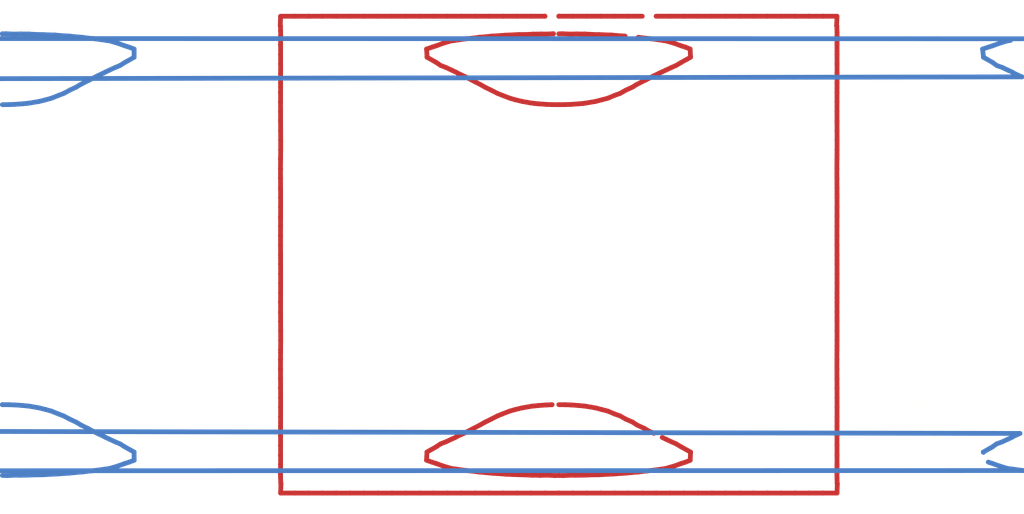
<source format=kicad_pcb>
(kicad_pcb (version 20240108) (generator "pcbnew") (generator_version "8.0")
  (layers (0 "F.Cu" signal) (31 "B.Cu" signal) (34 "B.Paste" user) (35 "F.Paste" user) (36 "B.SilkS" user "B.Silkscreen") (37 "F.SilkS" user "F.Silkscreen") (38 "B.Mask" user) (39 "F.Mask" user) (44 "Edge.Cuts" user))
  (net 1 "")
  (footprint "Library:Banana_Jack_2Pin_Vert" (layer "F.Cu") (at 1434.118996 469.282843)
    (fp_text reference "J1")
    (fp_text value "Conn_01x02_Socket")
  )
  (gr_text "-->" (at -534.1878 -296.064912) (layer "F.SilkS") (effects (font (size 20 20) (thickness 0.1)) (justify left bottom)))
  (gr_text "-->" (at 575.477632 -513.744233) (layer "F.SilkS") (effects (font (size 20 20) (thickness 0.1)) (justify left bottom)))
  (gr_text "-->" (at -522.754782 490.520806) (layer "F.SilkS") (effects (font (size 20 20) (thickness 0.1)) (justify left bottom)))
  (gr_text "-->" (at 718.649519 322.951) (layer "F.SilkS") (effects (font (size 20 20) (thickness 0.1)) (justify left bottom)))
  (gr_text "<--" (at 805.662853 -291.999) (layer "F.SilkS") (effects (font (size 20 20) (thickness 0.1)) (justify left bottom)))
  (gr_text "<--" (at -535.861133 -485.988245) (layer "F.SilkS") (effects (font (size 20 20) (thickness 0.1)) (justify left bottom)))
  (gr_text "<--" (at 802.451856 540.576936) (layer "F.SilkS") (effects (font (size 20 20) (thickness 0.1)) (justify left bottom)))
  (gr_text "<--" (at 188.218591 131.362734 270) (layer "F.SilkS") (effects (font (size 20 20) (thickness 0.1)) (justify left bottom)))
  (gr_text "-->" (at 693.549519 -435.905667) (layer "F.SilkS") (effects (font (size 20 20) (thickness 0.1)) (justify left bottom)))
  (gr_text "<--" (at -522.271643 308.555172) (layer "F.SilkS") (effects (font (size 20 20) (thickness 0.1)) (justify left bottom)))
  (gr_text "<--" (at 703.264149 450.612389) (layer "F.SilkS") (effects (font (size 20 20) (thickness 0.1)) (justify left bottom)))
  (segment (start 215.04 -499.9997) (end 215.05 -500.00) (width 10.00) (layer F.Cu) (net 1))
  (segment (start 215.05 -499.9996) (end 244.22 -500.00) (width 10.00) (layer F.Cu) (net 1))
  (segment (start 244.22 -499.9996) (end 244.22 -500.00) (width 10.00) (layer F.Cu) (net 1))
  (segment (start 244.22 -499.9995) (end 273.39 -500.00) (width 10.00) (layer F.Cu) (net 1))
  (segment (start 273.39 -499.9995) (end 273.39 -500.00) (width 10.00) (layer F.Cu) (net 1))
  (segment (start 273.39 -499.9994) (end 302.56 -500.00) (width 10.00) (layer F.Cu) (net 1))
  (segment (start 302.56 -499.9994) (end 302.57 -500.00) (width 10.00) (layer F.Cu) (net 1))
  (segment (start 302.57 -499.9992) (end 331.73 -500.00) (width 10.00) (layer F.Cu) (net 1))
  (segment (start 331.73 -499.9992) (end 331.74 -500.00) (width 10.00) (layer F.Cu) (net 1))
  (segment (start 331.74 -499.9991) (end 360.91 -500.00) (width 10.00) (layer F.Cu) (net 1))
  (segment (start 360.91 -499.9991) (end 360.91 -500.00) (width 10.00) (layer F.Cu) (net 1))
  (segment (start 360.91 -499.9989) (end 390.08 -500.00) (width 10.00) (layer F.Cu) (net 1))
  (segment (start 390.08 -499.9989) (end 390.08 -500.00) (width 10.00) (layer F.Cu) (net 1))
  (segment (start 390.08 -499.9986) (end 419.25 -500.00) (width 10.00) (layer F.Cu) (net 1))
  (segment (start 419.25 -499.9986) (end 419.26 -500.00) (width 10.00) (layer F.Cu) (net 1))
  (segment (start 419.26 -499.9983) (end 448.42 -500.00) (width 10.00) (layer F.Cu) (net 1))
  (segment (start 448.42 -499.9983) (end 448.43 -500.00) (width 10.00) (layer F.Cu) (net 1))
  (segment (start 448.43 -499.9977) (end 477.60 -500.00) (width 10.00) (layer F.Cu) (net 1))
  (segment (start 477.60 -499.9977) (end 477.61 -500.00) (width 10.00) (layer F.Cu) (net 1))
  (segment (start 477.61 -499.9968) (end 506.77 -500.00) (width 10.00) (layer F.Cu) (net 1))
  (segment (start 506.77 -499.9968) (end 506.78 -500.00) (width 10.00) (layer F.Cu) (net 1))
  (segment (start 506.78 -499.9952) (end 535.94 -500.00) (width 10.00) (layer F.Cu) (net 1))
  (segment (start 535.94 -499.9952) (end 535.96 -499.99) (width 10.00) (layer F.Cu) (net 1))
  (segment (start 535.96 -499.9916) (end 565.11 -499.99) (width 10.00) (layer F.Cu) (net 1))
  (segment (start 565.11 -499.9916) (end 565.13 -499.98) (width 10.00) (layer F.Cu) (net 1))
  (segment (start 565.13 -499.9802) (end 594.26 -499.98) (width 10.00) (layer F.Cu) (net 1))
  (segment (start 594.26 -499.9802) (end 593.42 -480.25) (width 10.00) (layer F.Cu) (net 1))
  (segment (start 593.42 -480.2548) (end 593.86 -479.85) (width 10.00) (layer F.Cu) (net 1))
  (segment (start 593.86 -479.8525) (end 594.29 -466.98) (width 10.00) (layer F.Cu) (net 1))
  (segment (start 594.29 -466.9843) (end 594.46 -460.08) (width 10.00) (layer F.Cu) (net 1))
  (segment (start 594.46 -460.0821) (end 594.41 -459.95) (width 10.00) (layer F.Cu) (net 1))
  (segment (start 594.41 -459.9477) (end 594.29 -443.43) (width 10.00) (layer F.Cu) (net 1))
  (segment (start 594.29 -443.4324) (end 594.26 -440.01) (width 10.00) (layer F.Cu) (net 1))
  (segment (start 594.26 -440.0113) (end 594.27 -439.99) (width 10.00) (layer F.Cu) (net 1))
  (segment (start 594.27 -439.9918) (end 594.29 -426.65) (width 10.00) (layer F.Cu) (net 1))
  (segment (start 594.29 -426.6505) (end 594.30 -420.01) (width 10.00) (layer F.Cu) (net 1))
  (segment (start 594.30 -420.0061) (end 594.30 -420.00) (width 10.00) (layer F.Cu) (net 1))
  (segment (start 594.30 -419.9967) (end 594.34 -400.02) (width 10.00) (layer F.Cu) (net 1))
  (segment (start 594.34 -400.0242) (end 594.35 -399.98) (width 10.00) (layer F.Cu) (net 1))
  (segment (start 594.35 -399.9775) (end 594.35 -380.03) (width 10.00) (layer F.Cu) (net 1))
  (segment (start 594.35 -380.0279) (end 594.36 -379.97) (width 10.00) (layer F.Cu) (net 1))
  (segment (start 594.36 -379.9726) (end 594.32 -360.01) (width 10.00) (layer F.Cu) (net 1))
  (segment (start 594.32 -360.0134) (end 594.32 -359.99) (width 10.00) (layer F.Cu) (net 1))
  (segment (start 594.32 -359.9880) (end 594.29 -349.65) (width 10.00) (layer F.Cu) (net 1))
  (segment (start 594.29 -349.6458) (end 594.26 -340.01) (width 10.00) (layer F.Cu) (net 1))
  (segment (start 594.26 -340.0133) (end 594.25 -339.99) (width 10.00) (layer F.Cu) (net 1))
  (segment (start 594.25 -339.9878) (end 594.21 -320.03) (width 10.00) (layer F.Cu) (net 1))
  (segment (start 594.21 -320.0306) (end 594.20 -319.97) (width 10.00) (layer F.Cu) (net 1))
  (segment (start 594.20 -319.9684) (end 594.21 -300.03) (width 10.00) (layer F.Cu) (net 1))
  (segment (start 594.21 -300.0281) (end 594.20 -299.97) (width 10.00) (layer F.Cu) (net 1))
  (segment (start 594.20 -299.9698) (end 594.28 -280.01) (width 10.00) (layer F.Cu) (net 1))
  (segment (start 594.28 -280.0051) (end 594.28 -280.00) (width 10.00) (layer F.Cu) (net 1))
  (segment (start 594.28 -279.9957) (end 594.29 -276.94) (width 10.00) (layer F.Cu) (net 1))
  (segment (start 594.29 -276.9427) (end 594.36 -260.03) (width 10.00) (layer F.Cu) (net 1))
  (segment (start 594.36 -260.0294) (end 594.38 -259.96) (width 10.00) (layer F.Cu) (net 1))
  (segment (start 594.38 -259.9625) (end 594.41 -240.05) (width 10.00) (layer F.Cu) (net 1))
  (segment (start 594.41 -240.0530) (end 594.45 -239.93) (width 10.00) (layer F.Cu) (net 1))
  (segment (start 594.45 -239.9271) (end 594.38 -220.04) (width 10.00) (layer F.Cu) (net 1))
  (segment (start 594.38 -220.0384) (end 594.40 -219.95) (width 10.00) (layer F.Cu) (net 1))
  (segment (start 594.40 -219.9499) (end 594.29 -208.26) (width 10.00) (layer F.Cu) (net 1))
  (segment (start 594.29 -208.2563) (end 594.19 -200.04) (width 10.00) (layer F.Cu) (net 1))
  (segment (start 594.19 -200.0365) (end 594.17 -199.96) (width 10.00) (layer F.Cu) (net 1))
  (segment (start 594.17 -199.9604) (end 593.96 -180.11) (width 10.00) (layer F.Cu) (net 1))
  (segment (start 593.96 -180.1112) (end 594.00 -179.90) (width 10.00) (layer F.Cu) (net 1))
  (segment (start 594.00 -179.9028) (end 594.00 -160.10) (width 10.00) (layer F.Cu) (net 1))
  (segment (start 594.00 -160.0979) (end 594.06 -159.92) (width 10.00) (layer F.Cu) (net 1))
  (segment (start 594.06 -159.9227) (end 594.19 -140.03) (width 10.00) (layer F.Cu) (net 1))
  (segment (start 594.19 -140.0347) (end 594.21 -139.97) (width 10.00) (layer F.Cu) (net 1))
  (segment (start 594.21 -139.9727) (end 594.29 -125.96) (width 10.00) (layer F.Cu) (net 1))
  (segment (start 594.29 -125.9571) (end 594.32 -120.01) (width 10.00) (layer F.Cu) (net 1))
  (segment (start 594.32 -120.0122) (end 594.32 -119.99) (width 10.00) (layer F.Cu) (net 1))
  (segment (start 594.32 -119.9902) (end 594.34 -100.02) (width 10.00) (layer F.Cu) (net 1))
  (segment (start 594.34 -100.0193) (end 594.33 -99.98) (width 10.00) (layer F.Cu) (net 1))
  (segment (start 594.33 -99.9834) (end 594.29 -84.81) (width 10.00) (layer F.Cu) (net 1))
  (segment (start 594.29 -84.8075) (end 594.28 -80.01) (width 10.00) (layer F.Cu) (net 1))
  (segment (start 594.28 -80.0056) (end 594.28 -80.00) (width 10.00) (layer F.Cu) (net 1))
  (segment (start 594.28 -79.9954) (end 594.18 -60.04) (width 10.00) (layer F.Cu) (net 1))
  (segment (start 594.18 -60.0386) (end 594.19 -59.96) (width 10.00) (layer F.Cu) (net 1))
  (segment (start 594.19 -59.9646) (end 594.13 -40.06) (width 10.00) (layer F.Cu) (net 1))
  (segment (start 594.13 -40.0565) (end 594.14 -39.95) (width 10.00) (layer F.Cu) (net 1))
  (segment (start 594.14 -39.9470) (end 594.15 -20.05) (width 10.00) (layer F.Cu) (net 1))
  (segment (start 594.15 -20.0481) (end 594.16 -19.95) (width 10.00) (layer F.Cu) (net 1))
  (segment (start 594.16 -19.9536) (end 594.24 -0.02) (width 10.00) (layer F.Cu) (net 1))
  (segment (start 594.24 -0.0198) (end 594.24 0.02) (width 10.00) (layer F.Cu) (net 1))
  (segment (start 594.24 0.0197) (end 594.29 12.41) (width 10.00) (layer F.Cu) (net 1))
  (segment (start 594.29 12.4102) (end 594.32 19.99) (width 10.00) (layer F.Cu) (net 1))
  (segment (start 594.32 19.9880) (end 594.32 20.01) (width 10.00) (layer F.Cu) (net 1))
  (segment (start 594.32 20.0126) (end 594.36 39.97) (width 10.00) (layer F.Cu) (net 1))
  (segment (start 594.36 39.9691) (end 594.37 40.03) (width 10.00) (layer F.Cu) (net 1))
  (segment (start 594.37 40.0331) (end 594.36 59.97) (width 10.00) (layer F.Cu) (net 1))
  (segment (start 594.36 59.9717) (end 594.36 60.03) (width 10.00) (layer F.Cu) (net 1))
  (segment (start 594.36 60.0309) (end 594.31 79.99) (width 10.00) (layer F.Cu) (net 1))
  (segment (start 594.31 79.9909) (end 594.32 80.01) (width 10.00) (layer F.Cu) (net 1))
  (segment (start 594.32 80.0104) (end 594.29 90.14) (width 10.00) (layer F.Cu) (net 1))
  (segment (start 594.29 90.1405) (end 594.26 99.99) (width 10.00) (layer F.Cu) (net 1))
  (segment (start 594.26 99.9904) (end 594.26 100.01) (width 10.00) (layer F.Cu) (net 1))
  (segment (start 594.26 100.0115) (end 594.26 119.99) (width 10.00) (layer F.Cu) (net 1))
  (segment (start 594.26 119.9882) (end 594.25 120.01) (width 10.00) (layer F.Cu) (net 1))
  (segment (start 594.25 120.0146) (end 594.29 133.43) (width 10.00) (layer F.Cu) (net 1))
  (segment (start 594.29 133.4317) (end 594.31 139.99) (width 10.00) (layer F.Cu) (net 1))
  (segment (start 594.31 139.9935) (end 594.31 140.01) (width 10.00) (layer F.Cu) (net 1))
  (segment (start 594.31 140.0090) (end 594.36 159.97) (width 10.00) (layer F.Cu) (net 1))
  (segment (start 594.36 159.9678) (end 594.38 160.04) (width 10.00) (layer F.Cu) (net 1))
  (segment (start 594.38 160.0414) (end 594.36 179.97) (width 10.00) (layer F.Cu) (net 1))
  (segment (start 594.36 179.9697) (end 594.37 180.04) (width 10.00) (layer F.Cu) (net 1))
  (segment (start 594.37 180.0355) (end 594.29 190.84) (width 10.00) (layer F.Cu) (net 1))
  (segment (start 594.29 190.8410) (end 594.21 199.97) (width 10.00) (layer F.Cu) (net 1))
  (segment (start 594.21 199.9713) (end 594.22 200.03) (width 10.00) (layer F.Cu) (net 1))
  (segment (start 594.22 200.0271) (end 594.00 219.90) (width 10.00) (layer F.Cu) (net 1))
  (segment (start 594.00 219.9035) (end 594.08 220.07) (width 10.00) (layer F.Cu) (net 1))
  (segment (start 594.08 220.0728) (end 594.01 239.90) (width 10.00) (layer F.Cu) (net 1))
  (segment (start 594.01 239.9048) (end 594.09 240.07) (width 10.00) (layer F.Cu) (net 1))
  (segment (start 594.09 240.0687) (end 594.15 259.95) (width 10.00) (layer F.Cu) (net 1))
  (segment (start 594.15 259.9517) (end 594.18 260.04) (width 10.00) (layer F.Cu) (net 1))
  (segment (start 594.18 260.0375) (end 594.29 280.00) (width 10.00) (layer F.Cu) (net 1))
  (segment (start 594.29 279.9987) (end 594.29 280.00) (width 10.00) (layer F.Cu) (net 1))
  (segment (start 594.29 280.0027) (end 594.29 281.34) (width 10.00) (layer F.Cu) (net 1))
  (segment (start 594.29 281.3426) (end 594.35 299.98) (width 10.00) (layer F.Cu) (net 1))
  (segment (start 594.35 299.9763) (end 594.34 300.02) (width 10.00) (layer F.Cu) (net 1))
  (segment (start 594.34 300.0224) (end 594.35 319.97) (width 10.00) (layer F.Cu) (net 1))
  (segment (start 594.35 319.9737) (end 594.35 320.03) (width 10.00) (layer F.Cu) (net 1))
  (segment (start 594.35 320.0258) (end 594.32 339.99) (width 10.00) (layer F.Cu) (net 1))
  (segment (start 594.32 339.9908) (end 594.31 340.01) (width 10.00) (layer F.Cu) (net 1))
  (segment (start 594.31 340.0106) (end 594.29 348.55) (width 10.00) (layer F.Cu) (net 1))
  (segment (start 594.29 348.5490) (end 594.26 359.99) (width 10.00) (layer F.Cu) (net 1))
  (segment (start 594.26 359.9884) (end 594.26 360.01) (width 10.00) (layer F.Cu) (net 1))
  (segment (start 594.26 360.0130) (end 594.22 379.98) (width 10.00) (layer F.Cu) (net 1))
  (segment (start 594.22 379.9759) (end 594.22 380.02) (width 10.00) (layer F.Cu) (net 1))
  (segment (start 594.22 380.0248) (end 594.24 399.98) (width 10.00) (layer F.Cu) (net 1))
  (segment (start 594.24 399.9821) (end 594.24 400.02) (width 10.00) (layer F.Cu) (net 1))
  (segment (start 594.24 400.0197) (end 594.29 420.00) (width 10.00) (layer F.Cu) (net 1))
  (segment (start 594.29 420.0003) (end 594.29 420.00) (width 10.00) (layer F.Cu) (net 1))
  (segment (start 594.29 420.0023) (end 594.29 422.03) (width 10.00) (layer F.Cu) (net 1))
  (segment (start 594.29 422.0262) (end 594.31 439.99) (width 10.00) (layer F.Cu) (net 1))
  (segment (start 594.31 439.9924) (end 594.32 440.01) (width 10.00) (layer F.Cu) (net 1))
  (segment (start 594.32 440.0106) (end 594.29 442.86) (width 10.00) (layer F.Cu) (net 1))
  (segment (start 594.29 442.8578) (end 594.11 459.94) (width 10.00) (layer F.Cu) (net 1))
  (segment (start 594.11 459.9386) (end 594.03 460.10) (width 10.00) (layer F.Cu) (net 1))
  (segment (start 594.03 460.0958) (end 594.29 467.88) (width 10.00) (layer F.Cu) (net 1))
  (segment (start 594.29 467.8775) (end 594.59 479.86) (width 10.00) (layer F.Cu) (net 1))
  (segment (start 594.59 479.8601) (end 594.96 480.25) (width 10.00) (layer F.Cu) (net 1))
  (segment (start 594.96 480.2533) (end 594.29 499.20) (width 10.00) (layer F.Cu) (net 1))
  (segment (start 594.29 499.2029) (end 594.26 499.98) (width 10.00) (layer F.Cu) (net 1))
  (segment (start 594.26 499.9791) (end 565.13 499.98) (width 10.00) (layer F.Cu) (net 1))
  (segment (start 565.13 499.9791) (end 565.11 499.99) (width 10.00) (layer F.Cu) (net 1))
  (segment (start 565.11 499.9919) (end 535.95 499.99) (width 10.00) (layer F.Cu) (net 1))
  (segment (start 535.95 499.9919) (end 535.94 500.00) (width 10.00) (layer F.Cu) (net 1))
  (segment (start 535.94 499.9954) (end 506.78 500.00) (width 10.00) (layer F.Cu) (net 1))
  (segment (start 506.78 499.9954) (end 506.77 500.00) (width 10.00) (layer F.Cu) (net 1))
  (segment (start 506.77 499.9968) (end 477.61 500.00) (width 10.00) (layer F.Cu) (net 1))
  (segment (start 477.61 499.9968) (end 477.60 500.00) (width 10.00) (layer F.Cu) (net 1))
  (segment (start 477.60 499.9977) (end 448.43 500.00) (width 10.00) (layer F.Cu) (net 1))
  (segment (start 448.43 499.9977) (end 448.42 500.00) (width 10.00) (layer F.Cu) (net 1))
  (segment (start 448.42 499.9983) (end 419.26 500.00) (width 10.00) (layer F.Cu) (net 1))
  (segment (start 419.26 499.9983) (end 419.25 500.00) (width 10.00) (layer F.Cu) (net 1))
  (segment (start 419.25 499.9986) (end 390.08 500.00) (width 10.00) (layer F.Cu) (net 1))
  (segment (start 390.08 499.9986) (end 390.08 500.00) (width 10.00) (layer F.Cu) (net 1))
  (segment (start 390.08 499.9989) (end 360.91 500.00) (width 10.00) (layer F.Cu) (net 1))
  (segment (start 360.91 499.9989) (end 360.91 500.00) (width 10.00) (layer F.Cu) (net 1))
  (segment (start 360.91 499.9991) (end 331.74 500.00) (width 10.00) (layer F.Cu) (net 1))
  (segment (start 331.74 499.9991) (end 331.73 500.00) (width 10.00) (layer F.Cu) (net 1))
  (segment (start 331.73 499.9992) (end 302.57 500.00) (width 10.00) (layer F.Cu) (net 1))
  (segment (start 302.57 499.9992) (end 302.56 500.00) (width 10.00) (layer F.Cu) (net 1))
  (segment (start 302.56 499.9994) (end 273.39 500.00) (width 10.00) (layer F.Cu) (net 1))
  (segment (start 273.39 499.9994) (end 273.39 500.00) (width 10.00) (layer F.Cu) (net 1))
  (segment (start 273.39 499.9995) (end 244.22 500.00) (width 10.00) (layer F.Cu) (net 1))
  (segment (start 244.22 499.9995) (end 244.22 500.00) (width 10.00) (layer F.Cu) (net 1))
  (segment (start 244.22 499.9996) (end 215.05 500.00) (width 10.00) (layer F.Cu) (net 1))
  (segment (start 215.05 499.9996) (end 215.04 500.00) (width 10.00) (layer F.Cu) (net 1))
  (segment (start 215.04 499.9997) (end 185.88 500.00) (width 10.00) (layer F.Cu) (net 1))
  (segment (start 185.88 499.9997) (end 185.87 500.00) (width 10.00) (layer F.Cu) (net 1))
  (segment (start 185.87 499.9998) (end 156.70 500.00) (width 10.00) (layer F.Cu) (net 1))
  (segment (start 156.70 499.9998) (end 156.70 500.00) (width 10.00) (layer F.Cu) (net 1))
  (segment (start 156.70 499.9999) (end 127.53 500.00) (width 10.00) (layer F.Cu) (net 1))
  (segment (start 127.53 499.9999) (end 127.53 500.00) (width 10.00) (layer F.Cu) (net 1))
  (segment (start 127.53 499.9999) (end 98.36 500.00) (width 10.00) (layer F.Cu) (net 1))
  (segment (start 98.36 499.9999) (end 98.35 500.00) (width 10.00) (layer F.Cu) (net 1))
  (segment (start 98.35 500.0000) (end 69.18 500.00) (width 10.00) (layer F.Cu) (net 1))
  (segment (start 69.18 500.0000) (end 69.18 500.00) (width 10.00) (layer F.Cu) (net 1))
  (segment (start 69.18 500.0000) (end 40.01 500.00) (width 10.00) (layer F.Cu) (net 1))
  (segment (start 40.01 500.0000) (end 40.01 500.00) (width 10.00) (layer F.Cu) (net 1))
  (segment (start 40.01 500.0000) (end 10.84 500.00) (width 10.00) (layer F.Cu) (net 1))
  (segment (start 10.84 500.0000) (end 10.84 500.00) (width 10.00) (layer F.Cu) (net 1))
  (segment (start 10.84 500.0000) (end 10.84 500.00) (width 10.00) (layer F.Cu) (net 1))
  (segment (start 10.84 500.0000) (end -18.34 500.00) (width 10.00) (layer F.Cu) (net 1))
  (segment (start -18.34 500.0000) (end -18.34 500.00) (width 10.00) (layer F.Cu) (net 1))
  (segment (start -18.34 500.0000) (end -47.51 500.00) (width 10.00) (layer F.Cu) (net 1))
  (segment (start -47.51 500.0000) (end -47.51 500.00) (width 10.00) (layer F.Cu) (net 1))
  (segment (start -47.51 500.0000) (end -76.68 500.00) (width 10.00) (layer F.Cu) (net 1))
  (segment (start -76.68 500.0000) (end -76.68 500.00) (width 10.00) (layer F.Cu) (net 1))
  (segment (start -76.68 499.9999) (end -105.85 500.00) (width 10.00) (layer F.Cu) (net 1))
  (segment (start -105.85 499.9999) (end -105.85 500.00) (width 10.00) (layer F.Cu) (net 1))
  (segment (start -105.85 499.9999) (end -135.03 500.00) (width 10.00) (layer F.Cu) (net 1))
  (segment (start -135.03 499.9999) (end -135.03 500.00) (width 10.00) (layer F.Cu) (net 1))
  (segment (start -135.03 499.9998) (end -164.20 500.00) (width 10.00) (layer F.Cu) (net 1))
  (segment (start -164.20 499.9998) (end -164.20 500.00) (width 10.00) (layer F.Cu) (net 1))
  (segment (start -164.20 499.9997) (end -193.37 500.00) (width 10.00) (layer F.Cu) (net 1))
  (segment (start -193.37 499.9997) (end -193.38 500.00) (width 10.00) (layer F.Cu) (net 1))
  (segment (start -193.38 499.9996) (end -222.54 500.00) (width 10.00) (layer F.Cu) (net 1))
  (segment (start -222.54 499.9996) (end -222.55 500.00) (width 10.00) (layer F.Cu) (net 1))
  (segment (start -222.55 499.9995) (end -251.72 500.00) (width 10.00) (layer F.Cu) (net 1))
  (segment (start -251.72 499.9995) (end -251.72 500.00) (width 10.00) (layer F.Cu) (net 1))
  (segment (start -251.72 499.9994) (end -280.89 500.00) (width 10.00) (layer F.Cu) (net 1))
  (segment (start -280.89 499.9994) (end -280.89 500.00) (width 10.00) (layer F.Cu) (net 1))
  (segment (start -280.89 499.9992) (end -310.06 500.00) (width 10.00) (layer F.Cu) (net 1))
  (segment (start -310.06 499.9992) (end -310.07 500.00) (width 10.00) (layer F.Cu) (net 1))
  (segment (start -310.07 499.9991) (end -339.23 500.00) (width 10.00) (layer F.Cu) (net 1))
  (segment (start -339.23 499.9991) (end -339.24 500.00) (width 10.00) (layer F.Cu) (net 1))
  (segment (start -339.24 499.9989) (end -368.41 500.00) (width 10.00) (layer F.Cu) (net 1))
  (segment (start -368.41 499.9989) (end -368.41 500.00) (width 10.00) (layer F.Cu) (net 1))
  (segment (start -368.41 499.9986) (end -397.58 500.00) (width 10.00) (layer F.Cu) (net 1))
  (segment (start -397.58 499.9986) (end -397.58 500.00) (width 10.00) (layer F.Cu) (net 1))
  (segment (start -397.58 499.9983) (end -426.75 500.00) (width 10.00) (layer F.Cu) (net 1))
  (segment (start -426.75 499.9983) (end -426.76 500.00) (width 10.00) (layer F.Cu) (net 1))
  (segment (start -426.76 499.9977) (end -455.92 500.00) (width 10.00) (layer F.Cu) (net 1))
  (segment (start -455.92 499.9977) (end -455.93 500.00) (width 10.00) (layer F.Cu) (net 1))
  (segment (start -455.93 499.9968) (end -485.10 500.00) (width 10.00) (layer F.Cu) (net 1))
  (segment (start -485.10 499.9968) (end -485.11 500.00) (width 10.00) (layer F.Cu) (net 1))
  (segment (start -485.11 499.9952) (end -514.27 500.00) (width 10.00) (layer F.Cu) (net 1))
  (segment (start -514.27 499.9952) (end -514.28 499.99) (width 10.00) (layer F.Cu) (net 1))
  (segment (start -514.28 499.9916) (end -543.44 499.99) (width 10.00) (layer F.Cu) (net 1))
  (segment (start -543.44 499.9916) (end -543.46 499.98) (width 10.00) (layer F.Cu) (net 1))
  (segment (start -543.46 499.9806) (end -572.59 499.98) (width 10.00) (layer F.Cu) (net 1))
  (segment (start -572.59 499.9806) (end -571.87 480.26) (width 10.00) (layer F.Cu) (net 1))
  (segment (start -571.87 480.2604) (end -572.28 479.86) (width 10.00) (layer F.Cu) (net 1))
  (segment (start -572.28 479.8563) (end -572.62 467.81) (width 10.00) (layer F.Cu) (net 1))
  (segment (start -572.62 467.8123) (end -572.86 460.10) (width 10.00) (layer F.Cu) (net 1))
  (segment (start -572.86 460.0970) (end -572.79 459.94) (width 10.00) (layer F.Cu) (net 1))
  (segment (start -572.79 459.9377) (end -572.62 442.46) (width 10.00) (layer F.Cu) (net 1))
  (segment (start -572.62 442.4637) (end -572.60 440.01) (width 10.00) (layer F.Cu) (net 1))
  (segment (start -572.60 440.0093) (end -572.60 439.99) (width 10.00) (layer F.Cu) (net 1))
  (segment (start -572.60 439.9937) (end -572.62 422.16) (width 10.00) (layer F.Cu) (net 1))
  (segment (start -572.62 422.1621) (end -572.62 420.00) (width 10.00) (layer F.Cu) (net 1))
  (segment (start -572.62 420.0022) (end -572.62 420.00) (width 10.00) (layer F.Cu) (net 1))
  (segment (start -572.62 420.0004) (end -572.66 400.02) (width 10.00) (layer F.Cu) (net 1))
  (segment (start -572.66 400.0177) (end -572.66 399.98) (width 10.00) (layer F.Cu) (net 1))
  (segment (start -572.66 399.9842) (end -572.67 380.02) (width 10.00) (layer F.Cu) (net 1))
  (segment (start -572.67 380.0214) (end -572.68 379.98) (width 10.00) (layer F.Cu) (net 1))
  (segment (start -572.68 379.9796) (end -572.64 360.01) (width 10.00) (layer F.Cu) (net 1))
  (segment (start -572.64 360.0094) (end -572.64 359.99) (width 10.00) (layer F.Cu) (net 1))
  (segment (start -572.64 359.9923) (end -572.62 351.57) (width 10.00) (layer F.Cu) (net 1))
  (segment (start -572.62 351.5705) (end -572.59 340.01) (width 10.00) (layer F.Cu) (net 1))
  (segment (start -572.59 340.0132) (end -572.59 339.99) (width 10.00) (layer F.Cu) (net 1))
  (segment (start -572.59 339.9879) (end -572.55 320.03) (width 10.00) (layer F.Cu) (net 1))
  (segment (start -572.55 320.0272) (end -572.55 319.97) (width 10.00) (layer F.Cu) (net 1))
  (segment (start -572.55 319.9721) (end -572.56 300.02) (width 10.00) (layer F.Cu) (net 1))
  (segment (start -572.56 300.0240) (end -572.55 299.97) (width 10.00) (layer F.Cu) (net 1))
  (segment (start -572.55 299.9745) (end -572.61 280.00) (width 10.00) (layer F.Cu) (net 1))
  (segment (start -572.61 280.0031) (end -572.61 280.00) (width 10.00) (layer F.Cu) (net 1))
  (segment (start -572.61 279.9981) (end -572.62 278.16) (width 10.00) (layer F.Cu) (net 1))
  (segment (start -572.62 278.1584) (end -572.69 260.03) (width 10.00) (layer F.Cu) (net 1))
  (segment (start -572.69 260.0278) (end -572.72 259.96) (width 10.00) (layer F.Cu) (net 1))
  (segment (start -572.72 259.9646) (end -572.75 240.05) (width 10.00) (layer F.Cu) (net 1))
  (segment (start -572.75 240.0495) (end -572.80 239.93) (width 10.00) (layer F.Cu) (net 1))
  (segment (start -572.80 239.9321) (end -572.72 220.04) (width 10.00) (layer F.Cu) (net 1))
  (segment (start -572.72 220.0398) (end -572.76 219.95) (width 10.00) (layer F.Cu) (net 1))
  (segment (start -572.76 219.9479) (end -572.62 205.27) (width 10.00) (layer F.Cu) (net 1))
  (segment (start -572.62 205.2713) (end -572.57 200.02) (width 10.00) (layer F.Cu) (net 1))
  (segment (start -572.57 200.0196) (end -572.57 199.98) (width 10.00) (layer F.Cu) (net 1))
  (segment (start -572.57 199.9794) (end -572.42 180.08) (width 10.00) (layer F.Cu) (net 1))
  (segment (start -572.42 180.0804) (end -572.45 179.93) (width 10.00) (layer F.Cu) (net 1))
  (segment (start -572.45 179.9300) (end -572.44 160.07) (width 10.00) (layer F.Cu) (net 1))
  (segment (start -572.44 160.0730) (end -572.48 159.94) (width 10.00) (layer F.Cu) (net 1))
  (segment (start -572.48 159.9426) (end -572.55 140.03) (width 10.00) (layer F.Cu) (net 1))
  (segment (start -572.55 140.0279) (end -572.56 139.98) (width 10.00) (layer F.Cu) (net 1))
  (segment (start -572.56 139.9781) (end -572.62 122.09) (width 10.00) (layer F.Cu) (net 1))
  (segment (start -572.62 122.0916) (end -572.63 120.00) (width 10.00) (layer F.Cu) (net 1))
  (segment (start -572.63 120.0030) (end -572.62 120.00) (width 10.00) (layer F.Cu) (net 1))
  (segment (start -572.62 119.9981) (end -572.63 100.00) (width 10.00) (layer F.Cu) (net 1))
  (segment (start -572.63 100.0032) (end -572.63 100.00) (width 10.00) (layer F.Cu) (net 1))
  (segment (start -572.63 99.9977) (end -572.62 97.40) (width 10.00) (layer F.Cu) (net 1))
  (segment (start -572.62 97.4032) (end -572.58 80.02) (width 10.00) (layer F.Cu) (net 1))
  (segment (start -572.58 80.0176) (end -572.58 79.98) (width 10.00) (layer F.Cu) (net 1))
  (segment (start -572.58 79.9844) (end -572.53 60.04) (width 10.00) (layer F.Cu) (net 1))
  (segment (start -572.53 60.0381) (end -572.53 59.97) (width 10.00) (layer F.Cu) (net 1))
  (segment (start -572.53 59.9650) (end -572.52 40.04) (width 10.00) (layer F.Cu) (net 1))
  (segment (start -572.52 40.0408) (end -572.53 39.96) (width 10.00) (layer F.Cu) (net 1))
  (segment (start -572.53 39.9618) (end -572.57 20.02) (width 10.00) (layer F.Cu) (net 1))
  (segment (start -572.57 20.0211) (end -572.57 19.98) (width 10.00) (layer F.Cu) (net 1))
  (segment (start -572.57 19.9798) (end -572.62 6.95) (width 10.00) (layer F.Cu) (net 1))
  (segment (start -572.62 6.9517) (end -572.65 0.01) (width 10.00) (layer F.Cu) (net 1))
  (segment (start -572.65 0.0108) (end -572.65 -0.01) (width 10.00) (layer F.Cu) (net 1))
  (segment (start -572.65 -0.0108) (end -572.72 -19.96) (width 10.00) (layer F.Cu) (net 1))
  (segment (start -572.72 -19.9629) (end -572.72 -20.04) (width 10.00) (layer F.Cu) (net 1))
  (segment (start -572.72 -20.0386) (end -572.74 -39.96) (width 10.00) (layer F.Cu) (net 1))
  (segment (start -572.74 -39.9564) (end -572.74 -40.05) (width 10.00) (layer F.Cu) (net 1))
  (segment (start -572.74 -40.0465) (end -572.69 -59.97) (width 10.00) (layer F.Cu) (net 1))
  (segment (start -572.69 -59.9743) (end -572.69 -60.03) (width 10.00) (layer F.Cu) (net 1))
  (segment (start -572.69 -60.0281) (end -572.62 -76.59) (width 10.00) (layer F.Cu) (net 1))
  (segment (start -572.62 -76.5922) (end -572.60 -79.99) (width 10.00) (layer F.Cu) (net 1))
  (segment (start -572.60 -79.9945) (end -572.60 -80.01) (width 10.00) (layer F.Cu) (net 1))
  (segment (start -572.60 -80.0066) (end -572.55 -99.97) (width 10.00) (layer F.Cu) (net 1))
  (segment (start -572.55 -99.9709) (end -572.54 -100.03) (width 10.00) (layer F.Cu) (net 1))
  (segment (start -572.54 -100.0335) (end -572.56 -119.97) (width 10.00) (layer F.Cu) (net 1))
  (segment (start -572.56 -119.9747) (end -572.55 -120.03) (width 10.00) (layer F.Cu) (net 1))
  (segment (start -572.55 -120.0304) (end -572.62 -135.53) (width 10.00) (layer F.Cu) (net 1))
  (segment (start -572.62 -135.5323) (end -572.64 -139.99) (width 10.00) (layer F.Cu) (net 1))
  (segment (start -572.64 -139.9918) (end -572.65 -140.01) (width 10.00) (layer F.Cu) (net 1))
  (segment (start -572.65 -140.0110) (end -572.77 -159.95) (width 10.00) (layer F.Cu) (net 1))
  (segment (start -572.77 -159.9459) (end -572.80 -160.07) (width 10.00) (layer F.Cu) (net 1))
  (segment (start -572.80 -160.0689) (end -572.81 -179.93) (width 10.00) (layer F.Cu) (net 1))
  (segment (start -572.81 -179.9296) (end -572.84 -180.08) (width 10.00) (layer F.Cu) (net 1))
  (segment (start -572.84 -180.0809) (end -572.65 -199.99) (width 10.00) (layer F.Cu) (net 1))
  (segment (start -572.65 -199.9885) (end -572.65 -200.01) (width 10.00) (layer F.Cu) (net 1))
  (segment (start -572.65 -200.0114) (end -572.62 -202.47) (width 10.00) (layer F.Cu) (net 1))
  (segment (start -572.62 -202.4744) (end -572.43 -219.92) (width 10.00) (layer F.Cu) (net 1))
  (segment (start -572.43 -219.9246) (end -572.48 -220.06) (width 10.00) (layer F.Cu) (net 1))
  (segment (start -572.48 -220.0572) (end -572.39 -239.91) (width 10.00) (layer F.Cu) (net 1))
  (segment (start -572.39 -239.9062) (end -572.46 -240.07) (width 10.00) (layer F.Cu) (net 1))
  (segment (start -572.46 -240.0678) (end -572.49 -259.95) (width 10.00) (layer F.Cu) (net 1))
  (segment (start -572.49 -259.9459) (end -572.52 -260.04) (width 10.00) (layer F.Cu) (net 1))
  (segment (start -572.52 -260.0418) (end -572.60 -279.99) (width 10.00) (layer F.Cu) (net 1))
  (segment (start -572.60 -279.9939) (end -572.60 -280.01) (width 10.00) (layer F.Cu) (net 1))
  (segment (start -572.60 -280.0065) (end -572.62 -283.81) (width 10.00) (layer F.Cu) (net 1))
  (segment (start -572.62 -283.8086) (end -572.68 -299.98) (width 10.00) (layer F.Cu) (net 1))
  (segment (start -572.68 -299.9771) (end -572.67 -300.02) (width 10.00) (layer F.Cu) (net 1))
  (segment (start -572.67 -300.0217) (end -572.70 -319.97) (width 10.00) (layer F.Cu) (net 1))
  (segment (start -572.70 -319.9708) (end -572.69 -320.03) (width 10.00) (layer F.Cu) (net 1))
  (segment (start -572.69 -320.0285) (end -572.66 -339.99) (width 10.00) (layer F.Cu) (net 1))
  (segment (start -572.66 -339.9862) (end -572.66 -340.01) (width 10.00) (layer F.Cu) (net 1))
  (segment (start -572.66 -340.0148) (end -572.62 -351.59) (width 10.00) (layer F.Cu) (net 1))
  (segment (start -572.62 -351.5945) (end -572.59 -359.99) (width 10.00) (layer F.Cu) (net 1))
  (segment (start -572.59 -359.9912) (end -572.60 -360.01) (width 10.00) (layer F.Cu) (net 1))
  (segment (start -572.60 -360.0104) (end -572.55 -379.97) (width 10.00) (layer F.Cu) (net 1))
  (segment (start -572.55 -379.9739) (end -572.56 -380.03) (width 10.00) (layer F.Cu) (net 1))
  (segment (start -572.56 -380.0267) (end -572.55 -399.97) (width 10.00) (layer F.Cu) (net 1))
  (segment (start -572.55 -399.9742) (end -572.56 -400.03) (width 10.00) (layer F.Cu) (net 1))
  (segment (start -572.56 -400.0273) (end -572.59 -419.99) (width 10.00) (layer F.Cu) (net 1))
  (segment (start -572.59 -419.9880) (end -572.58 -420.02) (width 10.00) (layer F.Cu) (net 1))
  (segment (start -572.58 -420.0151) (end -572.61 -440.00) (width 10.00) (layer F.Cu) (net 1))
  (segment (start -572.61 -439.9973) (end -572.61 -440.01) (width 10.00) (layer F.Cu) (net 1))
  (segment (start -572.61 -440.0062) (end -572.45 -459.93) (width 10.00) (layer F.Cu) (net 1))
  (segment (start -572.45 -459.9303) (end -572.37 -460.11) (width 10.00) (layer F.Cu) (net 1))
  (segment (start -572.37 -460.1082) (end -572.62 -469.06) (width 10.00) (layer F.Cu) (net 1))
  (segment (start -572.62 -469.0591) (end -572.95 -479.87) (width 10.00) (layer F.Cu) (net 1))
  (segment (start -572.95 -479.8738) (end -573.31 -480.22) (width 10.00) (layer F.Cu) (net 1))
  (segment (start -573.31 -480.2190) (end -572.62 -499.11) (width 10.00) (layer F.Cu) (net 1))
  (segment (start -572.62 -499.1072) (end -572.59 -499.98) (width 10.00) (layer F.Cu) (net 1))
  (segment (start -572.59 -499.9791) (end -543.46 -499.98) (width 10.00) (layer F.Cu) (net 1))
  (segment (start -543.46 -499.9791) (end -543.44 -499.99) (width 10.00) (layer F.Cu) (net 1))
  (segment (start -543.44 -499.9919) (end -514.28 -499.99) (width 10.00) (layer F.Cu) (net 1))
  (segment (start -514.28 -499.9919) (end -514.27 -500.00) (width 10.00) (layer F.Cu) (net 1))
  (segment (start -514.27 -499.9954) (end -485.11 -500.00) (width 10.00) (layer F.Cu) (net 1))
  (segment (start -485.11 -499.9954) (end -485.10 -500.00) (width 10.00) (layer F.Cu) (net 1))
  (segment (start -485.10 -499.9968) (end -455.93 -500.00) (width 10.00) (layer F.Cu) (net 1))
  (segment (start -455.93 -499.9968) (end -455.92 -500.00) (width 10.00) (layer F.Cu) (net 1))
  (segment (start -455.92 -499.9977) (end -426.76 -500.00) (width 10.00) (layer F.Cu) (net 1))
  (segment (start -426.76 -499.9977) (end -426.75 -500.00) (width 10.00) (layer F.Cu) (net 1))
  (segment (start -426.75 -499.9983) (end -397.58 -500.00) (width 10.00) (layer F.Cu) (net 1))
  (segment (start -397.58 -499.9983) (end -397.58 -500.00) (width 10.00) (layer F.Cu) (net 1))
  (segment (start -397.58 -499.9986) (end -368.41 -500.00) (width 10.00) (layer F.Cu) (net 1))
  (segment (start -368.41 -499.9986) (end -368.41 -500.00) (width 10.00) (layer F.Cu) (net 1))
  (segment (start -368.41 -499.9989) (end -339.24 -500.00) (width 10.00) (layer F.Cu) (net 1))
  (segment (start -339.24 -499.9989) (end -339.23 -500.00) (width 10.00) (layer F.Cu) (net 1))
  (segment (start -339.23 -499.9991) (end -310.07 -500.00) (width 10.00) (layer F.Cu) (net 1))
  (segment (start -310.07 -499.9991) (end -310.06 -500.00) (width 10.00) (layer F.Cu) (net 1))
  (segment (start -310.06 -499.9992) (end -280.89 -500.00) (width 10.00) (layer F.Cu) (net 1))
  (segment (start -280.89 -499.9992) (end -280.89 -500.00) (width 10.00) (layer F.Cu) (net 1))
  (segment (start -280.89 -499.9994) (end -251.72 -500.00) (width 10.00) (layer F.Cu) (net 1))
  (segment (start -251.72 -499.9994) (end -251.72 -500.00) (width 10.00) (layer F.Cu) (net 1))
  (segment (start -251.72 -499.9995) (end -222.55 -500.00) (width 10.00) (layer F.Cu) (net 1))
  (segment (start -222.55 -499.9995) (end -222.54 -500.00) (width 10.00) (layer F.Cu) (net 1))
  (segment (start -222.54 -499.9996) (end -193.38 -500.00) (width 10.00) (layer F.Cu) (net 1))
  (segment (start -193.38 -499.9996) (end -193.37 -500.00) (width 10.00) (layer F.Cu) (net 1))
  (segment (start -193.37 -499.9997) (end -164.20 -500.00) (width 10.00) (layer F.Cu) (net 1))
  (segment (start -164.20 -499.9997) (end -164.20 -500.00) (width 10.00) (layer F.Cu) (net 1))
  (segment (start -164.20 -499.9998) (end -135.03 -500.00) (width 10.00) (layer F.Cu) (net 1))
  (segment (start -135.03 -499.9998) (end -135.03 -500.00) (width 10.00) (layer F.Cu) (net 1))
  (segment (start -135.03 -499.9999) (end -105.85 -500.00) (width 10.00) (layer F.Cu) (net 1))
  (segment (start -105.85 -499.9999) (end -105.85 -500.00) (width 10.00) (layer F.Cu) (net 1))
  (segment (start -105.85 -499.9999) (end -76.68 -500.00) (width 10.00) (layer F.Cu) (net 1))
  (segment (start -76.68 -499.9999) (end -76.68 -500.00) (width 10.00) (layer F.Cu) (net 1))
  (segment (start -76.68 -500.0000) (end -47.51 -500.00) (width 10.00) (layer F.Cu) (net 1))
  (segment (start -47.51 -500.0000) (end -47.51 -500.00) (width 10.00) (layer F.Cu) (net 1))
  (segment (start -47.51 -500.0000) (end -18.34 -500.00) (width 10.00) (layer F.Cu) (net 1))
  (segment (start -18.34 -500.0000) (end -18.34 -500.00) (width 10.00) (layer F.Cu) (net 1))
  (segment (start -18.34 -500.0000) (end -18.34 -500.00) (width 10.00) (layer F.Cu) (net 1))
  (segment (start 10.84 -500.0000) (end 10.84 -500.00) (width 10.00) (layer F.Cu) (net 1))
  (segment (start 10.84 -500.0000) (end 10.84 -500.00) (width 10.00) (layer F.Cu) (net 1))
  (segment (start 10.84 -500.0000) (end 40.01 -500.00) (width 10.00) (layer F.Cu) (net 1))
  (segment (start 40.01 -500.0000) (end 40.01 -500.00) (width 10.00) (layer F.Cu) (net 1))
  (segment (start 40.01 -500.0000) (end 69.18 -500.00) (width 10.00) (layer F.Cu) (net 1))
  (segment (start 69.18 -500.0000) (end 69.19 -500.00) (width 10.00) (layer F.Cu) (net 1))
  (segment (start 69.19 -500.0000) (end 98.35 -500.00) (width 10.00) (layer F.Cu) (net 1))
  (segment (start 98.35 -500.0000) (end 98.36 -500.00) (width 10.00) (layer F.Cu) (net 1))
  (segment (start 98.36 -499.9999) (end 127.53 -500.00) (width 10.00) (layer F.Cu) (net 1))
  (segment (start 127.53 -499.9999) (end 127.53 -500.00) (width 10.00) (layer F.Cu) (net 1))
  (segment (start 127.53 -499.9999) (end 156.70 -500.00) (width 10.00) (layer F.Cu) (net 1))
  (segment (start 156.70 -499.9999) (end 156.70 -500.00) (width 10.00) (layer F.Cu) (net 1))
  (segment (start 156.70 -499.9998) (end 185.87 -500.00) (width 10.00) (layer F.Cu) (net 1))
  (segment (start 177.36 -455.8308) (end 195.85 -453.56) (width 10.00) (layer F.Cu) (net 1))
  (segment (start 195.85 -453.5585) (end 204.00 -452.78) (width 10.00) (layer F.Cu) (net 1))
  (segment (start 204.00 -452.7841) (end 228.74 -449.36) (width 10.00) (layer F.Cu) (net 1))
  (segment (start 228.74 -449.3603) (end 230.29 -449.20) (width 10.00) (layer F.Cu) (net 1))
  (segment (start 230.29 -449.2000) (end 235.21 -448.37) (width 10.00) (layer F.Cu) (net 1))
  (segment (start 235.21 -448.3718) (end 253.94 -442.91) (width 10.00) (layer F.Cu) (net 1))
  (segment (start 253.94 -442.9124) (end 267.30 -438.04) (width 10.00) (layer F.Cu) (net 1))
  (segment (start 267.30 -438.0383) (end 276.54 -435.10) (width 10.00) (layer F.Cu) (net 1))
  (segment (start 276.54 -435.1008) (end 286.28 -431.16) (width 10.00) (layer F.Cu) (net 1))
  (segment (start 286.28 -431.1619) (end 287.04 -414.99) (width 10.00) (layer F.Cu) (net 1))
  (segment (start 287.04 -414.9896) (end 287.05 -413.95) (width 10.00) (layer F.Cu) (net 1))
  (segment (start 287.05 -413.9520) (end 267.68 -403.18) (width 10.00) (layer F.Cu) (net 1))
  (segment (start 267.68 -403.1765) (end 256.84 -396.74) (width 10.00) (layer F.Cu) (net 1))
  (segment (start 256.84 -396.7421) (end 247.49 -392.65) (width 10.00) (layer F.Cu) (net 1))
  (segment (start 247.49 -392.6469) (end 234.90 -386.79) (width 10.00) (layer F.Cu) (net 1))
  (segment (start 234.90 -386.7943) (end 227.56 -383.35) (width 10.00) (layer F.Cu) (net 1))
  (segment (start 227.56 -383.3539) (end 222.94 -381.24) (width 10.00) (layer F.Cu) (net 1))
  (segment (start 222.94 -381.2392) (end 209.81 -374.90) (width 10.00) (layer F.Cu) (net 1))
  (segment (start 209.81 -374.9013) (end 193.92 -366.72) (width 10.00) (layer F.Cu) (net 1))
  (segment (start 193.92 -366.7157) (end 192.75 -366.19) (width 10.00) (layer F.Cu) (net 1))
  (segment (start 192.75 -366.1878) (end 190.46 -365.15) (width 10.00) (layer F.Cu) (net 1))
  (segment (start 190.46 -365.1462) (end 172.80 -356.09) (width 10.00) (layer F.Cu) (net 1))
  (segment (start 172.80 -356.0911) (end 165.85 -351.52) (width 10.00) (layer F.Cu) (net 1))
  (segment (start 165.85 -351.5197) (end 151.44 -345.06) (width 10.00) (layer F.Cu) (net 1))
  (segment (start 151.44 -345.0567) (end 139.51 -338.22) (width 10.00) (layer F.Cu) (net 1))
  (segment (start 139.51 -338.2178) (end 128.14 -334.13) (width 10.00) (layer F.Cu) (net 1))
  (segment (start 128.14 -334.1273) (end 113.77 -328.08) (width 10.00) (layer F.Cu) (net 1))
  (segment (start 113.77 -328.0847) (end 100.87 -324.72) (width 10.00) (layer F.Cu) (net 1))
  (segment (start 100.87 -324.7229) (end 88.04 -321.34) (width 10.00) (layer F.Cu) (net 1))
  (segment (start 88.04 -321.3409) (end 67.30 -317.87) (width 10.00) (layer F.Cu) (net 1))
  (segment (start 67.30 -317.8655) (end 62.31 -317.17) (width 10.00) (layer F.Cu) (net 1))
  (segment (start 62.31 -317.1691) (end 52.24 -316.35) (width 10.00) (layer F.Cu) (net 1))
  (segment (start 52.24 -316.3514) (end 36.57 -315.11) (width 10.00) (layer F.Cu) (net 1))
  (segment (start 36.57 -315.1139) (end 23.84 -314.67) (width 10.00) (layer F.Cu) (net 1))
  (segment (start 23.84 -314.6747) (end 10.84 -314.56) (width 10.00) (layer F.Cu) (net 1))
  (segment (start 10.84 -314.5555) (end -3.58 -314.67) (width 10.00) (layer F.Cu) (net 1))
  (segment (start -3.58 -314.6665) (end -14.90 -315.10) (width 10.00) (layer F.Cu) (net 1))
  (segment (start -14.90 -315.1022) (end -31.90 -316.36) (width 10.00) (layer F.Cu) (net 1))
  (segment (start -31.90 -316.3645) (end -40.63 -317.19) (width 10.00) (layer F.Cu) (net 1))
  (segment (start -40.63 -317.1868) (end -46.52 -317.88) (width 10.00) (layer F.Cu) (net 1))
  (segment (start -46.52 -317.8841) (end -66.36 -321.42) (width 10.00) (layer F.Cu) (net 1))
  (segment (start -66.36 -321.4245) (end -80.43 -324.79) (width 10.00) (layer F.Cu) (net 1))
  (segment (start -80.43 -324.7862) (end -92.10 -328.20) (width 10.00) (layer F.Cu) (net 1))
  (segment (start -92.10 -328.2031) (end -107.71 -334.17) (width 10.00) (layer F.Cu) (net 1))
  (segment (start -107.71 -334.1725) (end -117.83 -338.25) (width 10.00) (layer F.Cu) (net 1))
  (segment (start -117.83 -338.2467) (end -131.22 -345.04) (width 10.00) (layer F.Cu) (net 1))
  (segment (start -131.22 -345.0399) (end -143.44 -350.97) (width 10.00) (layer F.Cu) (net 1))
  (segment (start -143.44 -350.9674) (end -152.24 -355.96) (width 10.00) (layer F.Cu) (net 1))
  (segment (start -152.24 -355.9601) (end -166.33 -363.33) (width 10.00) (layer F.Cu) (net 1))
  (segment (start -166.33 -363.3294) (end -170.24 -365.40) (width 10.00) (layer F.Cu) (net 1))
  (segment (start -170.24 -365.4035) (end -184.75 -372.87) (width 10.00) (layer F.Cu) (net 1))
  (segment (start -184.75 -372.8664) (end -199.95 -379.91) (width 10.00) (layer F.Cu) (net 1))
  (segment (start -199.95 -379.9089) (end -205.20 -382.92) (width 10.00) (layer F.Cu) (net 1))
  (segment (start -205.20 -382.9226) (end -214.72 -387.30) (width 10.00) (layer F.Cu) (net 1))
  (segment (start -214.72 -387.2969) (end -226.15 -392.65) (width 10.00) (layer F.Cu) (net 1))
  (segment (start -226.15 -392.6477) (end -236.91 -396.74) (width 10.00) (layer F.Cu) (net 1))
  (segment (start -236.91 -396.7421) (end -246.39 -403.22) (width 10.00) (layer F.Cu) (net 1))
  (segment (start -246.39 -403.2222) (end -265.49 -413.95) (width 10.00) (layer F.Cu) (net 1))
  (segment (start -265.49 -413.9520) (end -265.38 -415.09) (width 10.00) (layer F.Cu) (net 1))
  (segment (start -265.38 -415.0895) (end -266.51 -431.16) (width 10.00) (layer F.Cu) (net 1))
  (segment (start -266.51 -431.1619) (end -255.21 -435.13) (width 10.00) (layer F.Cu) (net 1))
  (segment (start -255.21 -435.1319) (end -246.02 -438.08) (width 10.00) (layer F.Cu) (net 1))
  (segment (start -246.02 -438.0833) (end -232.68 -442.94) (width 10.00) (layer F.Cu) (net 1))
  (segment (start -232.68 -442.9422) (end -214.85 -448.37) (width 10.00) (layer F.Cu) (net 1))
  (segment (start -214.85 -448.3718) (end -208.70 -449.21) (width 10.00) (layer F.Cu) (net 1))
  (segment (start -208.70 -449.2094) (end -207.15 -449.37) (width 10.00) (layer F.Cu) (net 1))
  (segment (start -207.15 -449.3707) (end -182.66 -452.78) (width 10.00) (layer F.Cu) (net 1))
  (segment (start -182.66 -452.7770) (end -174.56 -453.55) (width 10.00) (layer F.Cu) (net 1))
  (segment (start -174.56 -453.5495) (end -156.15 -455.86) (width 10.00) (layer F.Cu) (net 1))
  (segment (start -156.15 -455.8557) (end -142.52 -456.97) (width 10.00) (layer F.Cu) (net 1))
  (segment (start -142.52 -456.9678) (end -129.09 -458.35) (width 10.00) (layer F.Cu) (net 1))
  (segment (start -129.09 -458.3493) (end -111.25 -459.44) (width 10.00) (layer F.Cu) (net 1))
  (segment (start -111.25 -459.4366) (end -101.48 -460.20) (width 10.00) (layer F.Cu) (net 1))
  (segment (start -101.48 -460.2013) (end -81.21 -461.17) (width 10.00) (layer F.Cu) (net 1))
  (segment (start -81.21 -461.1650) (end -73.48 -461.58) (width 10.00) (layer F.Cu) (net 1))
  (segment (start -73.48 -461.5836) (end -53.27 -461.79) (width 10.00) (layer F.Cu) (net 1))
  (segment (start -53.27 -461.7869) (end -43.55 -462.43) (width 10.00) (layer F.Cu) (net 1))
  (segment (start -43.55 -462.4257) (end -25.41 -462.71) (width 10.00) (layer F.Cu) (net 1))
  (segment (start -25.41 -462.7086) (end -16.03 -462.51) (width 10.00) (layer F.Cu) (net 1))
  (segment (start -16.03 -462.5137) (end -0.44 -463.32) (width 10.00) (layer F.Cu) (net 1))
  (segment (start -0.44 -463.3207) (end -0.44 -463.06) (width 10.00) (layer F.Cu) (net 1))
  (segment (start 10.84 -463.0566) (end 18.36 -463.29) (width 10.00) (layer F.Cu) (net 1))
  (segment (start 18.36 -463.2923) (end 34.89 -462.47) (width 10.00) (layer F.Cu) (net 1))
  (segment (start 34.89 -462.4711) (end 49.28 -462.92) (width 10.00) (layer F.Cu) (net 1))
  (segment (start 49.28 -462.9155) (end 58.04 -462.52) (width 10.00) (layer F.Cu) (net 1))
  (segment (start 58.04 -462.5153) (end 64.93 -462.71) (width 10.00) (layer F.Cu) (net 1))
  (segment (start 64.93 -462.7082) (end 81.62 -461.76) (width 10.00) (layer F.Cu) (net 1))
  (segment (start 81.62 -461.7559) (end 95.98 -461.48) (width 10.00) (layer F.Cu) (net 1))
  (segment (start 95.98 -461.4783) (end 107.03 -461.00) (width 10.00) (layer F.Cu) (net 1))
  (segment (start 107.03 -460.9964) (end 121.44 -460.52) (width 10.00) (layer F.Cu) (net 1))
  (segment (start 121.44 -460.5235) (end 131.54 -459.53) (width 10.00) (layer F.Cu) (net 1))
  (segment (start 131.54 -459.5252) (end 149.95 -458.43) (width 10.00) (layer F.Cu) (net 1))
  (segment (start 227.71 383.3750) (end 235.45 387.01) (width 10.00) (layer F.Cu) (net 1))
  (segment (start 235.45 387.0091) (end 247.49 392.65) (width 10.00) (layer F.Cu) (net 1))
  (segment (start 247.49 392.6534) (end 256.79 396.74) (width 10.00) (layer F.Cu) (net 1))
  (segment (start 256.79 396.7421) (end 267.65 403.21) (width 10.00) (layer F.Cu) (net 1))
  (segment (start 267.65 403.2143) (end 287.06 413.95) (width 10.00) (layer F.Cu) (net 1))
  (segment (start 287.06 413.9520) (end 287.05 414.98) (width 10.00) (layer F.Cu) (net 1))
  (segment (start 287.05 414.9762) (end 286.43 431.16) (width 10.00) (layer F.Cu) (net 1))
  (segment (start 286.43 431.1619) (end 276.56 435.13) (width 10.00) (layer F.Cu) (net 1))
  (segment (start 276.56 435.1327) (end 267.27 438.07) (width 10.00) (layer F.Cu) (net 1))
  (segment (start 267.27 438.0696) (end 253.96 442.93) (width 10.00) (layer F.Cu) (net 1))
  (segment (start 253.96 442.9267) (end 235.28 448.37) (width 10.00) (layer F.Cu) (net 1))
  (segment (start 235.28 448.3718) (end 230.29 449.21) (width 10.00) (layer F.Cu) (net 1))
  (segment (start 230.29 449.2100) (end 228.73 449.37) (width 10.00) (layer F.Cu) (net 1))
  (segment (start 228.73 449.3718) (end 204.01 452.79) (width 10.00) (layer F.Cu) (net 1))
  (segment (start 204.01 452.7906) (end 195.85 453.56) (width 10.00) (layer F.Cu) (net 1))
  (segment (start 195.85 453.5554) (end 177.33 455.80) (width 10.00) (layer F.Cu) (net 1))
  (segment (start 177.33 455.7998) (end 163.80 456.90) (width 10.00) (layer F.Cu) (net 1))
  (segment (start 163.80 456.8998) (end 150.29 458.31) (width 10.00) (layer F.Cu) (net 1))
  (segment (start 150.29 458.3134) (end 132.52 459.42) (width 10.00) (layer F.Cu) (net 1))
  (segment (start 132.52 459.4226) (end 123.17 460.15) (width 10.00) (layer F.Cu) (net 1))
  (segment (start 123.17 460.1493) (end 102.39 461.16) (width 10.00) (layer F.Cu) (net 1))
  (segment (start 102.39 461.1596) (end 94.97 461.58) (width 10.00) (layer F.Cu) (net 1))
  (segment (start 94.97 461.5848) (end 74.08 461.85) (width 10.00) (layer F.Cu) (net 1))
  (segment (start 74.08 461.8520) (end 65.19 462.44) (width 10.00) (layer F.Cu) (net 1))
  (segment (start 65.19 462.4382) (end 46.61 462.67) (width 10.00) (layer F.Cu) (net 1))
  (segment (start 46.61 462.6701) (end 38.00 462.49) (width 10.00) (layer F.Cu) (net 1))
  (segment (start 38.00 462.4859) (end 20.61 463.31) (width 10.00) (layer F.Cu) (net 1))
  (segment (start 20.61 463.3088) (end 10.84 463.05) (width 10.00) (layer F.Cu) (net 1))
  (segment (start 10.84 463.0493) (end 2.30 463.29) (width 10.00) (layer F.Cu) (net 1))
  (segment (start 2.30 463.2863) (end -13.23 462.47) (width 10.00) (layer F.Cu) (net 1))
  (segment (start -13.23 462.4703) (end -28.74 462.92) (width 10.00) (layer F.Cu) (net 1))
  (segment (start -28.74 462.9175) (end -36.37 462.52) (width 10.00) (layer F.Cu) (net 1))
  (segment (start -36.37 462.5186) (end -44.03 462.71) (width 10.00) (layer F.Cu) (net 1))
  (segment (start -44.03 462.7121) (end -60.14 461.76) (width 10.00) (layer F.Cu) (net 1))
  (segment (start -60.14 461.7621) (end -74.66 461.48) (width 10.00) (layer F.Cu) (net 1))
  (segment (start -74.66 461.4850) (end -85.70 461.01) (width 10.00) (layer F.Cu) (net 1))
  (segment (start -85.70 461.0056) (end -100.15 460.52) (width 10.00) (layer F.Cu) (net 1))
  (segment (start -100.15 460.5232) (end -109.78 459.54) (width 10.00) (layer F.Cu) (net 1))
  (segment (start -109.78 459.5448) (end -128.54 458.48) (width 10.00) (layer F.Cu) (net 1))
  (segment (start -128.54 458.4750) (end -142.47 457.03) (width 10.00) (layer F.Cu) (net 1))
  (segment (start -142.47 457.0254) (end -156.13 455.84) (width 10.00) (layer F.Cu) (net 1))
  (segment (start -156.13 455.8360) (end -174.54 453.57) (width 10.00) (layer F.Cu) (net 1))
  (segment (start -174.54 453.5672) (end -182.67 452.79) (width 10.00) (layer F.Cu) (net 1))
  (segment (start -182.67 452.7906) (end -207.16 449.37) (width 10.00) (layer F.Cu) (net 1))
  (segment (start -207.16 449.3662) (end -208.70 449.21) (width 10.00) (layer F.Cu) (net 1))
  (segment (start -208.70 449.2051) (end -214.81 448.37) (width 10.00) (layer F.Cu) (net 1))
  (segment (start -214.81 448.3718) (end -232.68 442.93) (width 10.00) (layer F.Cu) (net 1))
  (segment (start -232.68 442.9341) (end -246.01 438.10) (width 10.00) (layer F.Cu) (net 1))
  (segment (start -246.01 438.1015) (end -255.22 435.15) (width 10.00) (layer F.Cu) (net 1))
  (segment (start -255.22 435.1453) (end -266.58 431.16) (width 10.00) (layer F.Cu) (net 1))
  (segment (start -266.58 431.1619) (end -265.64 414.77) (width 10.00) (layer F.Cu) (net 1))
  (segment (start -265.64 414.7684) (end -265.73 413.95) (width 10.00) (layer F.Cu) (net 1))
  (segment (start -265.73 413.9520) (end -246.47 403.13) (width 10.00) (layer F.Cu) (net 1))
  (segment (start -246.47 403.1291) (end -237.06 396.74) (width 10.00) (layer F.Cu) (net 1))
  (segment (start -237.06 396.7421) (end -226.16 392.63) (width 10.00) (layer F.Cu) (net 1))
  (segment (start -226.16 392.6265) (end -213.84 386.86) (width 10.00) (layer F.Cu) (net 1))
  (segment (start -213.84 386.8560) (end -206.36 383.42) (width 10.00) (layer F.Cu) (net 1))
  (segment (start -206.36 383.4190) (end -202.63 381.28) (width 10.00) (layer F.Cu) (net 1))
  (segment (start -202.63 381.2785) (end -188.76 374.92) (width 10.00) (layer F.Cu) (net 1))
  (segment (start -188.76 374.9161) (end -172.33 366.68) (width 10.00) (layer F.Cu) (net 1))
  (segment (start -172.33 366.6846) (end -171.20 366.12) (width 10.00) (layer F.Cu) (net 1))
  (segment (start -171.20 366.1240) (end -169.25 365.03) (width 10.00) (layer F.Cu) (net 1))
  (segment (start -169.25 365.0346) (end -152.21 356.05) (width 10.00) (layer F.Cu) (net 1))
  (segment (start -152.21 356.0468) (end -144.16 351.47) (width 10.00) (layer F.Cu) (net 1))
  (segment (start -144.16 351.4671) (end -131.19 345.05) (width 10.00) (layer F.Cu) (net 1))
  (segment (start -131.19 345.0498) (end -117.83 338.23) (width 10.00) (layer F.Cu) (net 1))
  (segment (start -117.83 338.2312) (end -107.79 334.14) (width 10.00) (layer F.Cu) (net 1))
  (segment (start -107.79 334.1441) (end -92.10 328.14) (width 10.00) (layer F.Cu) (net 1))
  (segment (start -92.10 328.1417) (end -80.50 324.76) (width 10.00) (layer F.Cu) (net 1))
  (segment (start -80.50 324.7594) (end -66.36 321.40) (width 10.00) (layer F.Cu) (net 1))
  (segment (start -66.36 321.4018) (end -46.47 317.91) (width 10.00) (layer F.Cu) (net 1))
  (segment (start -46.47 317.9051) (end -40.63 317.22) (width 10.00) (layer F.Cu) (net 1))
  (segment (start -40.63 317.2198) (end -32.04 316.42) (width 10.00) (layer F.Cu) (net 1))
  (segment (start -32.04 316.4186) (end -14.90 315.17) (width 10.00) (layer F.Cu) (net 1))
  (segment (start -14.90 315.1657) (end -3.44 314.72) (width 10.00) (layer F.Cu) (net 1))
  (segment (start -3.44 314.7230) (end -3.44 314.61) (width 10.00) (layer F.Cu) (net 1))
  (segment (start 10.84 314.6051) (end 23.75 314.71) (width 10.00) (layer F.Cu) (net 1))
  (segment (start 23.75 314.7096) (end 36.57 315.14) (width 10.00) (layer F.Cu) (net 1))
  (segment (start 36.57 315.1403) (end 52.33 316.39) (width 10.00) (layer F.Cu) (net 1))
  (segment (start 52.33 316.3868) (end 62.31 317.19) (width 10.00) (layer F.Cu) (net 1))
  (segment (start 62.31 317.1924) (end 67.26 317.88) (width 10.00) (layer F.Cu) (net 1))
  (segment (start 67.26 317.8846) (end 88.04 321.41) (width 10.00) (layer F.Cu) (net 1))
  (segment (start 88.04 321.4082) (end 100.72 324.78) (width 10.00) (layer F.Cu) (net 1))
  (segment (start 100.72 324.7793) (end 113.77 328.20) (width 10.00) (layer F.Cu) (net 1))
  (segment (start 113.77 328.1997) (end 128.00 334.18) (width 10.00) (layer F.Cu) (net 1))
  (segment (start 128.00 334.1799) (end 139.51 338.27) (width 10.00) (layer F.Cu) (net 1))
  (segment (start 139.51 338.2665) (end 151.47 345.05) (width 10.00) (layer F.Cu) (net 1))
  (segment (start 151.47 345.0466) (end 165.24 350.99) (width 10.00) (layer F.Cu) (net 1))
  (segment (start 165.24 350.9872) (end 174.68 357.22) (width 10.00) (layer F.Cu) (net 1))
  (segment (start 174.68 357.2196) (end 190.59 364.60) (width 10.00) (layer F.Cu) (net 1))
  (segment (start 190.59 364.5973) (end 200.09 370.20) (width 10.00) (layer F.Cu) (net 1))
  (segment (start 200.09 370.2040) (end 210.29 374.82) (width 10.00) (layer F.Cu) (net 1))
  (segment (start 958.16 -449.2159) (end 951.39 -448.37) (width 10.00) (layer B.Cu) (net 1))
  (segment (start 951.39 -448.3718) (end 934.03 -442.95) (width 10.00) (layer B.Cu) (net 1))
  (segment (start 934.03 -442.9530) (end 920.69 -438.10) (width 10.00) (layer B.Cu) (net 1))
  (segment (start 920.69 -438.1006) (end 911.54 -435.14) (width 10.00) (layer B.Cu) (net 1))
  (segment (start 911.54 -435.1405) (end 899.48 -431.16) (width 10.00) (layer B.Cu) (net 1))
  (segment (start 899.48 -431.1619) (end 901.47 -415.09) (width 10.00) (layer B.Cu) (net 1))
  (segment (start 901.47 -415.0869) (end 901.31 -413.95) (width 10.00) (layer B.Cu) (net 1))
  (segment (start 901.31 -413.9520) (end 920.31 -403.23) (width 10.00) (layer B.Cu) (net 1))
  (segment (start 920.31 -403.2255) (end 929.12 -396.74) (width 10.00) (layer B.Cu) (net 1))
  (segment (start 929.12 -396.7421) (end 940.61 -392.65) (width 10.00) (layer B.Cu) (net 1))
  (segment (start 940.61 -392.6512) (end 951.96 -387.30) (width 10.00) (layer B.Cu) (net 1))
  (segment (start 951.96 -387.3033) (end 961.57 -382.92) (width 10.00) (layer B.Cu) (net 1))
  (segment (start 961.57 -382.9250) (end 966.23 -379.91) (width 10.00) (layer B.Cu) (net 1))
  (segment (start 966.23 -379.9090) (end 981.96 -372.86) (width 10.00) (layer B.Cu) (net 1))
  (segment (start 981.96 -372.8649) (end 996.28 -365.40) (width 10.00) (layer B.Cu) (net 1))
  (segment (start 996.28 -365.4016) (end 1000.58 -363.32) (width 10.00) (layer B.Cu) (net 1))
  (segment (start 1000.58 -363.3206) (end 1014.07 -355.95) (width 10.00) (layer B.Cu) (net 1))
  (segment (start 1014.07 -355.9530) (end 1023.47 -350.95) (width 10.00) (layer B.Cu) (net 1))
  (segment (start 1023.47 -350.9459) (end 1034.96 -345.03) (width 10.00) (layer B.Cu) (net 1))
  (segment (start 1034.96 -345.0270) (end 1049.08 -338.21) (width 10.00) (layer B.Cu) (net 1))
  (segment (start 1049.08 -338.2107) (end 1058.47 -334.15) (width 10.00) (layer B.Cu) (net 1))
  (segment (start 1058.47 -334.1515) (end 1074.81 -328.16) (width 10.00) (layer B.Cu) (net 1))
  (segment (start 1074.81 -328.1552) (end 1085.70 -324.76) (width 10.00) (layer B.Cu) (net 1))
  (segment (start 1085.70 -324.7559) (end 1100.55 -321.37) (width 10.00) (layer B.Cu) (net 1))
  (segment (start 1100.55 -321.3720) (end 1119.82 -317.85) (width 10.00) (layer B.Cu) (net 1))
  (segment (start 1119.82 -317.8492) (end 1126.28 -317.14) (width 10.00) (layer B.Cu) (net 1))
  (segment (start 1126.28 -317.1408) (end 1134.49 -316.31) (width 10.00) (layer B.Cu) (net 1))
  (segment (start 1134.49 -316.3114) (end 1152.02 -315.07) (width 10.00) (layer B.Cu) (net 1))
  (segment (start 1152.02 -315.0708) (end 1162.59 -314.65) (width 10.00) (layer B.Cu) (net 1))
  (segment (start 1162.59 -314.6483) (end 1162.59 -314.55) (width 10.00) (layer B.Cu) (net 1))
  (segment (start -1156.07 -314.5488) (end -1142.39 -314.68) (width 10.00) (layer B.Cu) (net 1))
  (segment (start -1142.39 -314.6778) (end -1130.34 -315.13) (width 10.00) (layer B.Cu) (net 1))
  (segment (start -1130.34 -315.1269) (end -1113.97 -316.37) (width 10.00) (layer B.Cu) (net 1))
  (segment (start -1113.97 -316.3708) (end -1104.61 -317.19) (width 10.00) (layer B.Cu) (net 1))
  (segment (start -1104.61 -317.1856) (end -1099.16 -317.88) (width 10.00) (layer B.Cu) (net 1))
  (segment (start -1099.16 -317.8758) (end -1078.87 -321.34) (width 10.00) (layer B.Cu) (net 1))
  (segment (start -1078.87 -321.3419) (end -1065.33 -324.71) (width 10.00) (layer B.Cu) (net 1))
  (segment (start -1065.33 -324.7143) (end -1053.14 -328.06) (width 10.00) (layer B.Cu) (net 1))
  (segment (start -1053.14 -328.0560) (end -1038.04 -334.10) (width 10.00) (layer B.Cu) (net 1))
  (segment (start -1038.04 -334.1050) (end -1027.40 -338.16) (width 10.00) (layer B.Cu) (net 1))
  (segment (start -1027.40 -338.1648) (end -1014.71 -345.03) (width 10.00) (layer B.Cu) (net 1))
  (segment (start -1014.71 -345.0324) (end -1001.06 -351.46) (width 10.00) (layer B.Cu) (net 1))
  (segment (start -1001.06 -351.4643) (end -993.53 -356.07) (width 10.00) (layer B.Cu) (net 1))
  (segment (start -993.53 -356.0701) (end -976.04 -365.18) (width 10.00) (layer B.Cu) (net 1))
  (segment (start -976.04 -365.1783) (end -974.07 -366.17) (width 10.00) (layer B.Cu) (net 1))
  (segment (start -974.07 -366.1692) (end -973.00 -366.67) (width 10.00) (layer B.Cu) (net 1))
  (segment (start -973.00 -366.6729) (end -956.85 -374.89) (width 10.00) (layer B.Cu) (net 1))
  (segment (start -956.85 -374.8894) (end -943.37 -381.24) (width 10.00) (layer B.Cu) (net 1))
  (segment (start -943.37 -381.2385) (end -939.23 -383.35) (width 10.00) (layer B.Cu) (net 1))
  (segment (start -939.23 -383.3481) (end -931.82 -386.78) (width 10.00) (layer B.Cu) (net 1))
  (segment (start -931.82 -386.7848) (end -919.26 -392.65) (width 10.00) (layer B.Cu) (net 1))
  (segment (start -919.26 -392.6480) (end -909.19 -396.74) (width 10.00) (layer B.Cu) (net 1))
  (segment (start -909.19 -396.7421) (end -899.03 -403.18) (width 10.00) (layer B.Cu) (net 1))
  (segment (start -899.03 -403.1841) (end -879.79 -413.95) (width 10.00) (layer B.Cu) (net 1))
  (segment (start -879.79 -413.9520) (end -879.85 -415.02) (width 10.00) (layer B.Cu) (net 1))
  (segment (start -879.85 -415.0206) (end -879.76 -431.16) (width 10.00) (layer B.Cu) (net 1))
  (segment (start -879.76 -431.1619) (end -890.22 -435.09) (width 10.00) (layer B.Cu) (net 1))
  (segment (start -890.22 -435.0946) (end -899.39 -438.03) (width 10.00) (layer B.Cu) (net 1))
  (segment (start -899.39 -438.0254) (end -912.78 -442.90) (width 10.00) (layer B.Cu) (net 1))
  (segment (start -912.78 -442.9039) (end -931.15 -448.37) (width 10.00) (layer B.Cu) (net 1))
  (segment (start -931.15 -448.3718) (end -936.59 -449.19) (width 10.00) (layer B.Cu) (net 1))
  (segment (start -936.59 -449.1914) (end -938.12 -449.35) (width 10.00) (layer B.Cu) (net 1))
  (segment (start -938.12 -449.3498) (end -962.75 -452.77) (width 10.00) (layer B.Cu) (net 1))
  (segment (start -962.75 -452.7712) (end -970.86 -453.54) (width 10.00) (layer B.Cu) (net 1))
  (segment (start -970.86 -453.5420) (end -989.35 -455.82) (width 10.00) (layer B.Cu) (net 1))
  (segment (start -989.35 -455.8154) (end -1002.96 -456.99) (width 10.00) (layer B.Cu) (net 1))
  (segment (start -1002.96 -456.9887) (end -1016.70 -458.42) (width 10.00) (layer B.Cu) (net 1))
  (segment (start -1016.70 -458.4189) (end -1035.22 -459.51) (width 10.00) (layer B.Cu) (net 1))
  (segment (start -1035.22 -459.5127) (end -1045.29 -460.52) (width 10.00) (layer B.Cu) (net 1))
  (segment (start -1045.29 -460.5153) (end -1059.70 -460.99) (width 10.00) (layer B.Cu) (net 1))
  (segment (start -1059.70 -460.9909) (end -1070.76 -461.48) (width 10.00) (layer B.Cu) (net 1))
  (segment (start -1070.76 -461.4760) (end -1085.19 -461.76) (width 10.00) (layer B.Cu) (net 1))
  (segment (start -1085.19 -461.7561) (end -1101.60 -462.71) (width 10.00) (layer B.Cu) (net 1))
  (segment (start -1101.60 -462.7104) (end -1108.87 -462.52) (width 10.00) (layer B.Cu) (net 1))
  (segment (start -1108.87 -462.5179) (end -1117.07 -462.92) (width 10.00) (layer B.Cu) (net 1))
  (segment (start -1117.07 -462.9183) (end -1132.01 -462.47) (width 10.00) (layer B.Cu) (net 1))
  (segment (start -1132.01 -462.4738) (end -1148.04 -463.29) (width 10.00) (layer B.Cu) (net 1))
  (segment (start -1148.04 -463.2930) (end -1156.07 -463.06) (width 10.00) (layer B.Cu) (net 1))
  (segment (start -1156.07 -463.0566) (end -1156.07 -463.32) (width 10.00) (layer B.Cu) (net 1))
  (segment (start 1165.71 -463.3193) (end 1150.87 -462.51) (width 10.00) (layer B.Cu) (net 1))
  (segment (start 1150.87 -462.5095) (end 1141.11 -462.70) (width 10.00) (layer B.Cu) (net 1))
  (segment (start 1141.11 -462.7033) (end 1123.21 -462.42) (width 10.00) (layer B.Cu) (net 1))
  (segment (start 1123.21 -462.4190) (end 1113.45 -461.78) (width 10.00) (layer B.Cu) (net 1))
  (segment (start 1113.45 -461.7789) (end 1093.28 -461.58) (width 10.00) (layer B.Cu) (net 1))
  (segment (start 1093.28 -461.5757) (end 1085.48 -461.16) (width 10.00) (layer B.Cu) (net 1))
  (segment (start 1085.48 -461.1569) (end 1065.26 -460.20) (width 10.00) (layer B.Cu) (net 1))
  (segment (start 1065.26 -460.1957) (end 1055.45 -459.43) (width 10.00) (layer B.Cu) (net 1))
  (segment (start 1055.45 -459.4317) (end 1037.60 -458.35) (width 10.00) (layer B.Cu) (net 1))
  (segment (start 1037.60 -458.3473) (end 1024.16 -456.97) (width 10.00) (layer B.Cu) (net 1))
  (segment (start 1024.16 -456.9679) (end 1010.54 -455.86) (width 10.00) (layer B.Cu) (net 1))
  (segment (start 1010.54 -455.8575) (end 992.17 -453.55) (width 10.00) (layer B.Cu) (net 1))
  (segment (start 992.17 -453.5543) (end 984.07 -452.78) (width 10.00) (layer B.Cu) (net 1))
  (segment (start 911.54 435.1412) (end 920.68 438.09) (width 10.00) (layer B.Cu) (net 1))
  (segment (start 920.68 438.0918) (end 934.05 442.93) (width 10.00) (layer B.Cu) (net 1))
  (segment (start 934.05 442.9262) (end 951.54 448.37) (width 10.00) (layer B.Cu) (net 1))
  (segment (start 951.54 448.3718) (end 958.18 449.20) (width 10.00) (layer B.Cu) (net 1))
  (segment (start 958.18 449.1986) (end 959.70 449.36) (width 10.00) (layer B.Cu) (net 1))
  (segment (start 959.70 449.3584) (end 984.07 452.78) (width 10.00) (layer B.Cu) (net 1))
  (segment (start 984.07 452.7823) (end 992.17 453.56) (width 10.00) (layer B.Cu) (net 1))
  (segment (start 992.17 453.5570) (end 1010.57 455.83) (width 10.00) (layer B.Cu) (net 1))
  (segment (start 1010.57 455.8269) (end 1024.20 457.01) (width 10.00) (layer B.Cu) (net 1))
  (segment (start 1024.20 457.0144) (end 1038.07 458.47) (width 10.00) (layer B.Cu) (net 1))
  (segment (start 1038.07 458.4661) (end 1057.00 459.54) (width 10.00) (layer B.Cu) (net 1))
  (segment (start 1057.00 459.5356) (end 1066.58 460.52) (width 10.00) (layer B.Cu) (net 1))
  (segment (start 1066.58 460.5160) (end 1081.03 461.00) (width 10.00) (layer B.Cu) (net 1))
  (segment (start 1081.03 460.9987) (end 1092.09 461.48) (width 10.00) (layer B.Cu) (net 1))
  (segment (start 1092.09 461.4795) (end 1106.68 461.76) (width 10.00) (layer B.Cu) (net 1))
  (segment (start 1106.68 461.7574) (end 1122.51 462.71) (width 10.00) (layer B.Cu) (net 1))
  (segment (start 1122.51 462.7092) (end 1130.54 462.52) (width 10.00) (layer B.Cu) (net 1))
  (segment (start 1130.54 462.5163) (end 1137.61 462.92) (width 10.00) (layer B.Cu) (net 1))
  (segment (start 1137.61 462.9153) (end 1153.67 462.47) (width 10.00) (layer B.Cu) (net 1))
  (segment (start 1153.67 462.4689) (end 1168.70 463.29) (width 10.00) (layer B.Cu) (net 1))
  (segment (start 1168.70 463.2856) (end 1168.70 463.05) (width 10.00) (layer B.Cu) (net 1))
  (segment (start -1156.07 463.0489) (end -1145.52 463.31) (width 10.00) (layer B.Cu) (net 1))
  (segment (start -1145.52 463.3085) (end -1128.91 462.49) (width 10.00) (layer B.Cu) (net 1))
  (segment (start -1128.91 462.4860) (end -1119.93 462.67) (width 10.00) (layer B.Cu) (net 1))
  (segment (start -1119.93 462.6704) (end -1101.57 462.44) (width 10.00) (layer B.Cu) (net 1))
  (segment (start -1101.57 462.4390) (end -1092.65 461.85) (width 10.00) (layer B.Cu) (net 1))
  (segment (start -1092.65 461.8533) (end -1071.80 461.59) (width 10.00) (layer B.Cu) (net 1))
  (segment (start -1071.80 461.5872) (end -1064.31 461.16) (width 10.00) (layer B.Cu) (net 1))
  (segment (start -1064.31 461.1626) (end -1043.59 460.15) (width 10.00) (layer B.Cu) (net 1))
  (segment (start -1043.59 460.1532) (end -1034.19 459.43) (width 10.00) (layer B.Cu) (net 1))
  (segment (start -1034.19 459.4271) (end -1016.39 458.32) (width 10.00) (layer B.Cu) (net 1))
  (segment (start -1016.39 458.3175) (end -1002.89 456.90) (width 10.00) (layer B.Cu) (net 1))
  (segment (start -1002.89 456.9035) (end -989.36 455.80) (width 10.00) (layer B.Cu) (net 1))
  (segment (start -989.36 455.8020) (end -970.87 453.55) (width 10.00) (layer B.Cu) (net 1))
  (segment (start -970.87 453.5546) (end -962.74 452.79) (width 10.00) (layer B.Cu) (net 1))
  (segment (start -962.74 452.7888) (end -938.13 449.36) (width 10.00) (layer B.Cu) (net 1))
  (segment (start -938.13 449.3643) (end -936.58 449.20) (width 10.00) (layer B.Cu) (net 1))
  (segment (start -936.58 449.2035) (end -931.07 448.37) (width 10.00) (layer B.Cu) (net 1))
  (segment (start -931.07 448.3718) (end -912.78 442.91) (width 10.00) (layer B.Cu) (net 1))
  (segment (start -912.78 442.9069) (end -899.39 438.03) (width 10.00) (layer B.Cu) (net 1))
  (segment (start -899.39 438.0270) (end -890.21 435.11) (width 10.00) (layer B.Cu) (net 1))
  (segment (start -890.21 435.1063) (end -879.67 431.16) (width 10.00) (layer B.Cu) (net 1))
  (segment (start -879.67 431.1619) (end -879.93 415.11) (width 10.00) (layer B.Cu) (net 1))
  (segment (start -879.93 415.1106) (end -879.87 413.95) (width 10.00) (layer B.Cu) (net 1))
  (segment (start -879.87 413.9520) (end -899.10 403.26) (width 10.00) (layer B.Cu) (net 1))
  (segment (start -899.10 403.2645) (end -909.37 396.74) (width 10.00) (layer B.Cu) (net 1))
  (segment (start -909.37 396.7421) (end -919.30 392.70) (width 10.00) (layer B.Cu) (net 1))
  (segment (start -919.30 392.6969) (end -931.17 387.12) (width 10.00) (layer B.Cu) (net 1))
  (segment (start -931.17 387.1204) (end -939.11 383.42) (width 10.00) (layer B.Cu) (net 1))
  (segment (start -939.11 383.4215) (end -943.37 381.20) (width 10.00) (layer B.Cu) (net 1))
  (segment (start -943.37 381.1966) (end -956.59 374.88) (width 10.00) (layer B.Cu) (net 1))
  (segment (start -956.59 374.8750) (end -966.18 370.22) (width 10.00) (layer B.Cu) (net 1))
  (segment (start -966.18 370.2225) (end -976.29 364.65) (width 10.00) (layer B.Cu) (net 1))
  (segment (start -976.29 364.6476) (end -991.44 357.24) (width 10.00) (layer B.Cu) (net 1))
  (segment (start -991.44 357.2367) (end -1001.67 351.03) (width 10.00) (layer B.Cu) (net 1))
  (segment (start -1001.67 351.0309) (end -1014.78 345.06) (width 10.00) (layer B.Cu) (net 1))
  (segment (start -1014.78 345.0596) (end -1027.40 338.28) (width 10.00) (layer B.Cu) (net 1))
  (segment (start -1027.40 338.2777) (end -1038.23 334.18) (width 10.00) (layer B.Cu) (net 1))
  (segment (start -1038.23 334.1782) (end -1053.14 328.18) (width 10.00) (layer B.Cu) (net 1))
  (segment (start -1053.14 328.1753) (end -1065.44 324.76) (width 10.00) (layer B.Cu) (net 1))
  (segment (start -1065.44 324.7577) (end -1078.87 321.36) (width 10.00) (layer B.Cu) (net 1))
  (segment (start -1078.87 321.3617) (end -1099.09 317.85) (width 10.00) (layer B.Cu) (net 1))
  (segment (start -1099.09 317.8478) (end -1104.61 317.14) (width 10.00) (layer B.Cu) (net 1))
  (segment (start -1104.61 317.1431) (end -1114.09 316.33) (width 10.00) (layer B.Cu) (net 1))
  (segment (start -1114.09 316.3273) (end -1130.34 315.10) (width 10.00) (layer B.Cu) (net 1))
  (segment (start -1130.34 315.0973) (end -1142.38 314.68) (width 10.00) (layer B.Cu) (net 1))
  (segment (start -1142.38 314.6767) (end -1156.07 314.58) (width 10.00) (layer B.Cu) (net 1))
  (segment (start -1156.07 314.5801) (end -1156.07 314.71) (width 10.00) (layer B.Cu) (net 1))
  (segment (start 1162.73 314.7059) (end 1152.02 315.15) (width 10.00) (layer B.Cu) (net 1))
  (segment (start 1152.02 315.1538) (end 1134.25 316.41) (width 10.00) (layer B.Cu) (net 1))
  (segment (start 1134.25 316.4093) (end 1126.28 317.21) (width 10.00) (layer B.Cu) (net 1))
  (segment (start 1126.28 317.2147) (end 1119.97 317.90) (width 10.00) (layer B.Cu) (net 1))
  (segment (start 1119.97 317.9007) (end 1100.55 321.39) (width 10.00) (layer B.Cu) (net 1))
  (segment (start 1100.55 321.3947) (end 1085.70 324.75) (width 10.00) (layer B.Cu) (net 1))
  (segment (start 1085.70 324.7539) (end 1074.81 328.13) (width 10.00) (layer B.Cu) (net 1))
  (segment (start 1074.81 328.1324) (end 1058.44 334.14) (width 10.00) (layer B.Cu) (net 1))
  (segment (start 1058.44 334.1410) (end 1049.08 338.23) (width 10.00) (layer B.Cu) (net 1))
  (segment (start 1049.08 338.2285) (end 1035.02 345.05) (width 10.00) (layer B.Cu) (net 1))
  (segment (start 1035.02 345.0518) (end 1022.75 351.48) (width 10.00) (layer B.Cu) (net 1))
  (segment (start 1022.75 351.4788) (end 1014.18 356.05) (width 10.00) (layer B.Cu) (net 1))
  (segment (start 1014.18 356.0535) (end 997.44 365.02) (width 10.00) (layer B.Cu) (net 1))
  (segment (start 997.44 365.0171) (end 995.66 366.14) (width 10.00) (layer B.Cu) (net 1))
  (segment (start 995.66 366.1351) (end 994.55 366.71) (width 10.00) (layer B.Cu) (net 1))
  (segment (start 994.55 366.7110) (end 977.93 374.93) (width 10.00) (layer B.Cu) (net 1))
  (segment (start 977.93 374.9290) (end 963.72 381.28) (width 10.00) (layer B.Cu) (net 1))
  (segment (start 963.72 381.2796) (end 960.44 383.43) (width 10.00) (layer B.Cu) (net 1))
  (segment (start 960.44 383.4321) (end 952.85 386.88) (width 10.00) (layer B.Cu) (net 1))
  (segment (start 952.85 386.8844) (end 940.59 392.64) (width 10.00) (layer B.Cu) (net 1))
  (segment (start 940.59 392.6355) (end 928.97 396.74) (width 10.00) (layer B.Cu) (net 1))
  (segment (start 928.97 396.7421) (end 920.24 403.13) (width 10.00) (layer B.Cu) (net 1))
  (segment (start 920.24 403.1343) (end 901.11 413.95) (width 10.00) (layer B.Cu) (net 1))
  (segment (start 901.11 413.9520) (end 901.23 414.77) (width 10.00) (layer B.Cu) (net 1))
)
</source>
